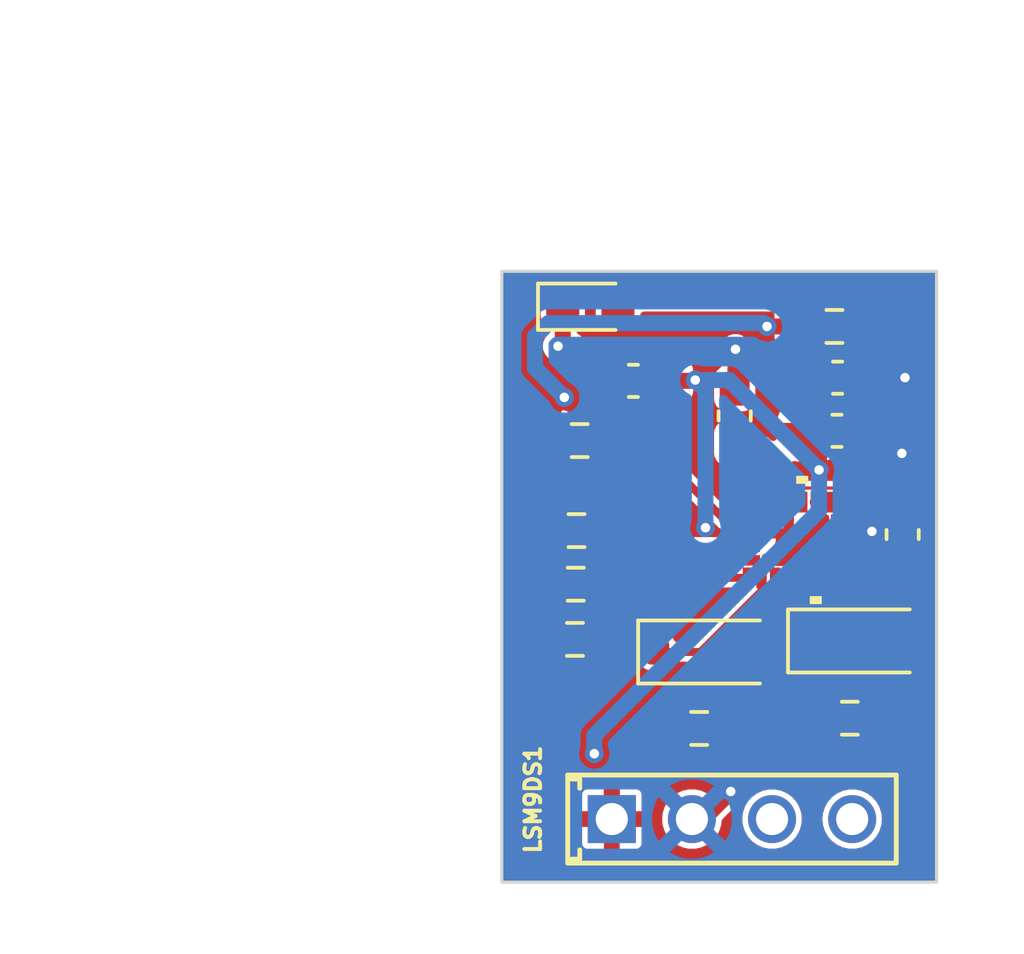
<source format=kicad_pcb>
(kicad_pcb (version 20221018) (generator pcbnew)
  (layers (0 "F.Cu" signal) (31 "B.Cu" signal) (34 "B.Paste" user) (35 "F.Paste" user) (36 "B.SilkS" user "B.Silkscreen") (37 "F.SilkS" user "F.Silkscreen") (38 "B.Mask" user) (39 "F.Mask" user) (44 "Edge.Cuts" user))
  (net 0 "")
  (net 1 "Net-(IC1-C1)")
  (net 2 "Net-(IC1-CAP)")
  (net 3 "/SDO_AG")
  (net 4 "/SDO_M")
  (net 5 "/CS_A{slash}G")
  (net 6 "/CS_M")
  (net 7 "/DRDY_M")
  (net 8 "/INT_M")
  (net 9 "/INT1_AG")
  (net 10 "/INT2_AG")
  (net 11 "/DEN_3V")
  (net 12 "Net-(D3-A)")
  (net 13 "Net-(D1-C)")
  (net 14 "Net-(D2-C)")
  (net 15 "3.3V")
  (net 16 "/GND")
  (net 17 "SDO")
  (net 18 "SDA")
  (footprint "Resistor_SMD:R_0603_1608Metric_Pad0.98x0.95mm_HandSolder" (layer "F.Cu") (at 152.15 112.125)
    (fp_text reference "R4" hide)
    (fp_text value "10k")
    (fp_line (start -0.254724 -0.5225) (end 0.254724 -0.5225) (stroke (width 0.12)) (layer "F.SilkS"))
    (fp_line (start -0.254724 0.5225) (end 0.254724 0.5225) (stroke (width 0.12)) (layer "F.SilkS"))
    (pad "1" smd roundrect (at -0.9125 0) (size 0.975 0.95) (layers "F.Cu" "F.Paste" "F.Mask") (net 15 "3.3V"))
    (pad "2" smd roundrect (at 0.9125 0) (size 0.975 0.95) (layers "F.Cu" "F.Paste" "F.Mask") (net 13 "Net-(D1-C)"))
  )
  (footprint "Resistor_SMD:R_0603_1608Metric_Pad0.98x0.95mm_HandSolder" (layer "F.Cu") (at 143.4375 109.625)
    (fp_text reference "R7" hide)
    (fp_text value "10k")
    (fp_line (start -0.254724 -0.5225) (end 0.254724 -0.5225) (stroke (width 0.12)) (layer "F.SilkS"))
    (fp_line (start -0.254724 0.5225) (end 0.254724 0.5225) (stroke (width 0.12)) (layer "F.SilkS"))
    (pad "1" smd roundrect (at -0.9125 0) (size 0.975 0.95) (layers "F.Cu" "F.Paste" "F.Mask") (net 15 "3.3V"))
    (pad "2" smd roundrect (at 0.9125 0) (size 0.975 0.95) (layers "F.Cu" "F.Paste" "F.Mask") (net 4 "/SDO_M"))
  )
  (footprint "Capacitor_SMD:C_0603_1608Metric_Pad1.08x0.95mm_HandSolder" (layer "F.Cu") (at 151.7625 101.325)
    (fp_text reference "C3" hide)
    (fp_text value "100nF")
    (fp_line (start -0.146267 -0.51) (end 0.146267 -0.51) (stroke (width 0.12)) (layer "F.SilkS"))
    (fp_line (start -0.146267 0.51) (end 0.146267 0.51) (stroke (width 0.12)) (layer "F.SilkS"))
    (pad "1" smd roundrect (at -0.8625 0) (size 1.075 0.95) (layers "F.Cu" "F.Paste" "F.Mask") (net 15 "3.3V"))
    (pad "2" smd roundrect (at 0.8625 0) (size 1.075 0.95) (layers "F.Cu" "F.Paste" "F.Mask") (net 16 "/GND"))
  )
  (footprint "Resistor_SMD:R_0603_1608Metric_Pad0.98x0.95mm_HandSolder" (layer "F.Cu") (at 147.375 112.45)
    (fp_text reference "R5" hide)
    (fp_text value "10k")
    (fp_line (start -0.254724 -0.5225) (end 0.254724 -0.5225) (stroke (width 0.12)) (layer "F.SilkS"))
    (fp_line (start -0.254724 0.5225) (end 0.254724 0.5225) (stroke (width 0.12)) (layer "F.SilkS"))
    (pad "1" smd roundrect (at -0.9125 0) (size 0.975 0.95) (layers "F.Cu" "F.Paste" "F.Mask") (net 15 "3.3V"))
    (pad "2" smd roundrect (at 0.9125 0) (size 0.975 0.95) (layers "F.Cu" "F.Paste" "F.Mask") (net 14 "Net-(D2-C)"))
  )
  (footprint "Resistor_SMD:R_0603_1608Metric_Pad0.98x0.95mm_HandSolder" (layer "F.Cu") (at 143.4625 107.875)
    (fp_text reference "R1" hide)
    (fp_text value "10k")
    (fp_line (start -0.254724 -0.5225) (end 0.254724 -0.5225) (stroke (width 0.12)) (layer "F.SilkS"))
    (fp_line (start -0.254724 0.5225) (end 0.254724 0.5225) (stroke (width 0.12)) (layer "F.SilkS"))
    (pad "1" smd roundrect (at -0.9125 0) (size 0.975 0.95) (layers "F.Cu" "F.Paste" "F.Mask") (net 15 "3.3V"))
    (pad "2" smd roundrect (at 0.9125 0) (size 0.975 0.95) (layers "F.Cu" "F.Paste" "F.Mask") (net 3 "/SDO_AG"))
  )
  (footprint "LSM9DS1:CON4_1X4_P100UM_HDR2_TYC" (layer "F.Cu") (at 144.605 115.325)
    (fp_text reference "J1" hide)
    (fp_text value "826629-4")
    (fp_line (start -1.397 -1.397) (end -1.397 1.397) (stroke (width 0.1524)) (layer "F.SilkS"))
    (fp_line (start -1.397 1.397) (end 9.017 1.397) (stroke (width 0.1524)) (layer "F.SilkS"))
    (fp_line (start -1.27 -1.27) (end -1.016 -1.27) (stroke (width 0.1524)) (layer "F.SilkS"))
    (fp_line (start -1.27 1.27) (end -1.016 1.27) (stroke (width 0.1524)) (layer "F.SilkS"))
    (fp_line (start -1.016 -1.27) (end -1.016 -0.976942) (stroke (width 0.1524)) (layer "F.SilkS"))
    (fp_line (start -1.016 0.976942) (end -1.016 1.27) (stroke (width 0.1524)) (layer "F.SilkS"))
    (fp_line (start 9.017 -1.397) (end -1.397 -1.397) (stroke (width 0.1524)) (layer "F.SilkS"))
    (fp_line (start 9.017 1.397) (end 9.017 -1.397) (stroke (width 0.1524)) (layer "F.SilkS"))
    (pad "1" thru_hole rect (at 0 0) (size 1.524 1.524) (drill 1.016) (layers "*.Cu" "*.Mask") (net 15 "3.3V"))
    (pad "2" thru_hole circle (at 2.54 0) (size 1.524 1.524) (drill 1.016) (layers "*.Cu" "*.Mask") (net 16 "/GND"))
    (pad "3" thru_hole circle (at 5.08 0) (size 1.524 1.524) (drill 1.016) (layers "*.Cu" "*.Mask"))
    (pad "4" thru_hole circle (at 7.62 0) (size 1.524 1.524) (drill 1.016) (layers "*.Cu" "*.Mask"))
  )
  (footprint "Resistor_SMD:R_0603_1608Metric_Pad0.98x0.95mm_HandSolder" (layer "F.Cu") (at 151.6625 99.7)
    (fp_text reference "R3" hide)
    (fp_text value "10K")
    (fp_line (start -0.254724 -0.5225) (end 0.254724 -0.5225) (stroke (width 0.12)) (layer "F.SilkS"))
    (fp_line (start -0.254724 0.5225) (end 0.254724 0.5225) (stroke (width 0.12)) (layer "F.SilkS"))
    (pad "1" smd roundrect (at -0.9125 0) (size 0.975 0.95) (layers "F.Cu" "F.Paste" "F.Mask") (net 15 "3.3V"))
    (pad "2" smd roundrect (at 0.9125 0) (size 0.975 0.95) (layers "F.Cu" "F.Paste" "F.Mask") (net 12 "Net-(D3-A)"))
  )
  (footprint "LSM9DS1:1N4148W" (layer "F.Cu") (at 147.55 110.075)
    (fp_text reference "D2" hide)
    (fp_text value "Diode")
    (fp_line (start -2.11 -1.05) (end -2.11 0.95) (stroke (width 0.12)) (layer "F.SilkS"))
    (fp_line (start -2.11 -1.05) (end 1.75 -1.05) (stroke (width 0.12)) (layer "F.SilkS"))
    (fp_line (start -2.11 0.95) (end 1.75 0.95) (stroke (width 0.12)) (layer "F.SilkS"))
    (pad "1" smd roundrect (at -1.5 -0.05) (size 0.75 0.8) (layers "F.Cu" "F.Paste" "F.Mask") (roundrect_rratio 0.2272727273) (net 5 "/CS_A{slash}G"))
    (pad "2" smd roundrect (at 1.7 -0.05 180) (size 0.75 0.8) (layers "F.Cu" "F.Paste" "F.Mask") (roundrect_rratio 0.2272727273) (net 14 "Net-(D2-C)"))
  )
  (footprint "Capacitor_SMD:C_0603_1608Metric_Pad1.08x0.95mm_HandSolder" (layer "F.Cu") (at 153.825 106.3 -90)
    (fp_text reference "C2" hide)
    (fp_text value "0.01uF")
    (fp_line (start -0.146267 -0.51) (end 0.146267 -0.51) (stroke (width 0.12)) (layer "F.SilkS"))
    (fp_line (start -0.146267 0.51) (end 0.146267 0.51) (stroke (width 0.12)) (layer "F.SilkS"))
    (pad "1" smd roundrect (at -0.8625 0 270) (size 1.075 0.95) (layers "F.Cu" "F.Paste" "F.Mask") (net 2 "Net-(IC1-CAP)"))
    (pad "2" smd roundrect (at 0.8625 0 270) (size 1.075 0.95) (layers "F.Cu" "F.Paste" "F.Mask") (net 16 "/GND"))
  )
  (footprint "Resistor_SMD:R_0603_1608Metric_Pad0.98x0.95mm_HandSolder" (layer "F.Cu") (at 143.5875 103.32)
    (fp_text reference "R6" hide)
    (fp_text value "10k")
    (fp_line (start -0.254724 -0.5225) (end 0.254724 -0.5225) (stroke (width 0.12)) (layer "F.SilkS"))
    (fp_line (start -0.254724 0.5225) (end 0.254724 0.5225) (stroke (width 0.12)) (layer "F.SilkS"))
    (pad "1" smd roundrect (at -0.9125 0) (size 0.975 0.95) (layers "F.Cu" "F.Paste" "F.Mask") (net 15 "3.3V"))
    (pad "2" smd roundrect (at 0.9125 0) (size 0.975 0.95) (layers "F.Cu" "F.Paste" "F.Mask") (net 18 "SDA"))
  )
  (footprint "LSM9DS1:1N4148W" (layer "F.Cu") (at 152.3 109.725)
    (fp_text reference "D1" hide)
    (fp_text value "Diode")
    (fp_line (start -2.11 -1.05) (end -2.11 0.95) (stroke (width 0.12)) (layer "F.SilkS"))
    (fp_line (start -2.11 -1.05) (end 1.75 -1.05) (stroke (width 0.12)) (layer "F.SilkS"))
    (fp_line (start -2.11 0.95) (end 1.75 0.95) (stroke (width 0.12)) (layer "F.SilkS"))
    (pad "1" smd roundrect (at -1.5 -0.05) (size 0.75 0.8) (layers "F.Cu" "F.Paste" "F.Mask") (roundrect_rratio 0.2272727273) (net 6 "/CS_M"))
    (pad "2" smd roundrect (at 1.7 -0.05 180) (size 0.75 0.8) (layers "F.Cu" "F.Paste" "F.Mask") (roundrect_rratio 0.2272727273) (net 13 "Net-(D1-C)"))
  )
  (footprint "LED_SMD:LED_0603_1608Metric_Pad1.05x0.95mm_HandSolder" (layer "F.Cu") (at 143.925 99.075)
    (fp_text reference "D3" hide)
    (fp_text value "LED")
    (fp_line (start -1.66 -0.735) (end -1.66 0.735) (stroke (width 0.12)) (layer "F.SilkS"))
    (fp_line (start -1.66 0.735) (end 0.8 0.735) (stroke (width 0.12)) (layer "F.SilkS"))
    (fp_line (start 0.8 -0.735) (end -1.66 -0.735) (stroke (width 0.12)) (layer "F.SilkS"))
    (pad "1" smd roundrect (at -0.875 0) (size 1.05 0.95) (layers "F.Cu" "F.Paste" "F.Mask") (net 16 "/GND"))
    (pad "2" smd roundrect (at 0.875 0) (size 1.05 0.95) (layers "F.Cu" "F.Paste" "F.Mask") (net 12 "Net-(D3-A)"))
  )
  (footprint "Resistor_SMD:R_0603_1608Metric_Pad0.98x0.95mm_HandSolder" (layer "F.Cu") (at 143.4875 106.175)
    (fp_text reference "R2" hide)
    (fp_text value "10k")
    (fp_line (start -0.254724 -0.5225) (end 0.254724 -0.5225) (stroke (width 0.12)) (layer "F.SilkS"))
    (fp_line (start -0.254724 0.5225) (end 0.254724 0.5225) (stroke (width 0.12)) (layer "F.SilkS"))
    (pad "1" smd roundrect (at -0.9125 0) (size 0.975 0.95) (layers "F.Cu" "F.Paste" "F.Mask") (net 15 "3.3V"))
    (pad "2" smd roundrect (at 0.9125 0) (size 0.975 0.95) (layers "F.Cu" "F.Paste" "F.Mask") (net 17 "SDO"))
  )
  (footprint "Capacitor_SMD:C_0603_1608Metric_Pad1.08x0.95mm_HandSolder" (layer "F.Cu") (at 148.5 102.5375 90)
    (fp_text reference "C1" hide)
    (fp_text value "0.22uF")
    (fp_line (start -0.146267 -0.51) (end 0.146267 -0.51) (stroke (width 0.12)) (layer "F.SilkS"))
    (fp_line (start -0.146267 0.51) (end 0.146267 0.51) (stroke (width 0.12)) (layer "F.SilkS"))
    (pad "1" smd roundrect (at -0.8625 0 90) (size 1.075 0.95) (layers "F.Cu" "F.Paste" "F.Mask") (net 1 "Net-(IC1-C1)"))
    (pad "2" smd roundrect (at 0.8625 0 90) (size 1.075 0.95) (layers "F.Cu" "F.Paste" "F.Mask") (net 16 "/GND"))
  )
  (footprint "LSM9DS1:lsm9ds1TR" (layer "F.Cu") (at 150.45 106.5)
    (fp_text reference "IC1" hide)
    (fp_text value "LSM9DS1")
    (fp_poly (pts (xy 0.001701 -1.8078) (xy 0.001701 -2.0618) (xy 0.382701 -2.0618) (xy 0.382701 -1.8078)) (fill solid) (layer "F.SilkS"))
    (fp_poly (pts (xy 0.4317 1.7542) (xy 0.4317 2.0082) (xy 0.8127 2.0082) (xy 0.8127 1.7542)) (fill solid) (layer "F.SilkS"))
    (pad "1" smd rect (at -1.527801 -1.2268) (size 0.3308 0.654) (layers "F.Cu" "F.Paste" "F.Mask") (net 15 "3.3V"))
    (pad "2" smd rect (at -1.472802 -0.6718 90) (size 0.3308 0.654) (layers "F.Cu" "F.Paste" "F.Mask") (net 18 "SDA"))
    (pad "3" smd rect (at -1.472802 -0.241801 90) (size 0.3308 0.654) (layers "F.Cu" "F.Paste" "F.Mask") (net 15 "3.3V"))
    (pad "4" smd rect (at -1.472802 0.188201 90) (size 0.3308 0.654) (layers "F.Cu" "F.Paste" "F.Mask") (net 17 "SDO"))
    (pad "5" smd rect (at -1.472802 0.6182 90) (size 0.3308 0.654) (layers "F.Cu" "F.Paste" "F.Mask") (net 3 "/SDO_AG"))
    (pad "6" smd rect (at -1.527801 1.1732) (size 0.3308 0.654) (layers "F.Cu" "F.Paste" "F.Mask") (net 4 "/SDO_M"))
    (pad "7" smd rect (at -1.097799 1.1732) (size 0.3308 0.654) (layers "F.Cu" "F.Paste" "F.Mask") (net 5 "/CS_A{slash}G"))
    (pad "8" smd rect (at -0.6678 1.1732) (size 0.3308 0.654) (layers "F.Cu" "F.Paste" "F.Mask") (net 6 "/CS_M"))
    (pad "9" smd rect (at -0.237801 1.1732) (size 0.3308 0.654) (layers "F.Cu" "F.Paste" "F.Mask") (net 7 "/DRDY_M"))
    (pad "10" smd rect (at 0.192201 1.1732) (size 0.3308 0.654) (layers "F.Cu" "F.Paste" "F.Mask") (net 8 "/INT_M"))
    (pad "11" smd rect (at 0.6222 1.1732) (size 0.3308 0.654) (layers "F.Cu" "F.Paste" "F.Mask") (net 9 "/INT1_AG"))
    (pad "12" smd rect (at 1.052199 1.1732) (size 0.3308 0.654) (layers "F.Cu" "F.Paste" "F.Mask") (net 10 "/INT2_AG"))
    (pad "13" smd rect (at 1.482201 1.1732) (size 0.3308 0.654) (layers "F.Cu" "F.Paste" "F.Mask") (net 11 "/DEN_3V"))
    (pad "14" smd rect (at 1.427202 0.6182 90) (size 0.3308 0.654) (layers "F.Cu" "F.Paste" "F.Mask") (net 16 "/GND"))
    (pad "15" smd rect (at 1.427202 0.188201 90) (size 0.3308 0.654) (layers "F.Cu" "F.Paste" "F.Mask") (net 16 "/GND"))
    (pad "16" smd rect (at 1.427202 -0.241801 90) (size 0.3308 0.654) (layers "F.Cu" "F.Paste" "F.Mask") (net 16 "/GND"))
    (pad "17" smd rect (at 1.427202 -0.6718 90) (size 0.3308 0.654) (layers "F.Cu" "F.Paste" "F.Mask") (net 16 "/GND"))
    (pad "18" smd rect (at 1.482201 -1.2268) (size 0.3308 0.654) (layers "F.Cu" "F.Paste" "F.Mask") (net 16 "/GND"))
    (pad "19" smd rect (at 1.052199 -1.2268) (size 0.3308 0.654) (layers "F.Cu" "F.Paste" "F.Mask") (net 16 "/GND"))
    (pad "20" smd rect (at 0.6222 -1.2268) (size 0.3308 0.654) (layers "F.Cu" "F.Paste" "F.Mask") (net 16 "/GND"))
    (pad "21" smd rect (at 0.192201 -1.2268) (size 0.3308 0.654) (layers "F.Cu" "F.Paste" "F.Mask") (net 2 "Net-(IC1-CAP)"))
    (pad "22" smd rect (at -0.237801 -1.2268) (size 0.3308 0.654) (layers "F.Cu" "F.Paste" "F.Mask") (net 15 "3.3V"))
    (pad "23" smd rect (at -0.6678 -1.2268) (size 0.3308 0.654) (layers "F.Cu" "F.Paste" "F.Mask") (net 15 "3.3V"))
    (pad "24" smd rect (at -1.097799 -1.2268) (size 0.3308 0.654) (layers "F.Cu" "F.Paste" "F.Mask") (net 1 "Net-(IC1-C1)"))
  )
  (footprint "Capacitor_SMD:C_0603_1608Metric_Pad1.08x0.95mm_HandSolder" (layer "F.Cu") (at 151.7435 103.01)
    (fp_text reference "C4" hide)
    (fp_text value "10uf")
    (fp_line (start -0.146267 -0.51) (end 0.146267 -0.51) (stroke (width 0.12)) (layer "F.SilkS"))
    (fp_line (start -0.146267 0.51) (end 0.146267 0.51) (stroke (width 0.12)) (layer "F.SilkS"))
    (pad "1" smd roundrect (at -0.8625 0) (size 1.075 0.95) (layers "F.Cu" "F.Paste" "F.Mask") (net 15 "3.3V"))
    (pad "2" smd roundrect (at 0.8625 0) (size 1.075 0.95) (layers "F.Cu" "F.Paste" "F.Mask") (net 16 "/GND"))
  )
  (footprint "Capacitor_SMD:C_0603_1608Metric_Pad1.08x0.95mm_HandSolder" (layer "F.Cu") (at 145.2875 101.425 180)
    (fp_text reference "C6" hide)
    (fp_text value "100uF")
    (fp_line (start -0.146267 -0.51) (end 0.146267 -0.51) (stroke (width 0.12)) (layer "F.SilkS"))
    (fp_line (start -0.146267 0.51) (end 0.146267 0.51) (stroke (width 0.12)) (layer "F.SilkS"))
    (pad "1" smd roundrect (at -0.8625 0 180) (size 1.075 0.95) (layers "F.Cu" "F.Paste" "F.Mask") (net 15 "3.3V"))
    (pad "2" smd roundrect (at 0.8625 0 180) (size 1.075 0.95) (layers "F.Cu" "F.Paste" "F.Mask") (net 16 "/GND"))
  )
  (gr_rect (start 141.1176 97.951) (end 154.9 117.325) (stroke (width 0.1)) (fill none) (layer "Edge.Cuts"))
  (gr_text "LSM9DS1" (at 142.4 116.475 90) (layer "F.SilkS") (effects (font (size 0.5 0.5) (thickness 0.125)) (justify left bottom)))
  (segment (start 149.352201 104.790636) (end 149.705755 104.790636) (width 0.1) (layer "F.Cu") (net 1))
  (segment (start 150.034027 104.02512) (end 149.408907 103.4) (width 0.1) (layer "F.Cu") (net 1))
  (segment (start 149.705755 104.790636) (end 150.034027 104.462364) (width 0.1) (layer "F.Cu") (net 1))
  (segment (start 149.408907 103.4) (end 148.5 103.4) (width 0.1) (layer "F.Cu") (net 1))
  (segment (start 149.352201 105.2732) (end 149.352201 104.790636) (width 0.1) (layer "F.Cu") (net 1))
  (segment (start 150.034027 104.462364) (end 150.034027 104.02512) (width 0.1) (layer "F.Cu") (net 1))
  (segment (start 150.663401 104.825) (end 153.2125 104.825) (width 0.1) (layer "F.Cu") (net 2))
  (segment (start 153.2125 104.825) (end 153.825 105.4375) (width 0.1) (layer "F.Cu") (net 2))
  (segment (start 150.642201 104.8462) (end 150.663401 104.825) (width 0.1) (layer "F.Cu") (net 2))
  (segment (start 150.642201 105.2732) (end 150.642201 104.8462) (width 0.1) (layer "F.Cu") (net 2))
  (segment (start 144.375 107.875) (end 145.1318 107.1182) (width 0.254) (layer "F.Cu") (net 3))
  (segment (start 145.1318 107.1182) (end 148.977198 107.1182) (width 0.254) (layer "F.Cu") (net 3))
  (segment (start 144.35 109.625) (end 146.3018 107.6732) (width 0.254) (layer "F.Cu") (net 4))
  (segment (start 146.3018 107.6732) (end 148.9186 107.6732) (width 0.254) (layer "F.Cu") (net 4))
  (segment (start 149.3504 108.091399) (end 149.3504 107.6732) (width 0.254) (layer "F.Cu") (net 5))
  (segment (start 147.416799 110.025) (end 149.3504 108.091399) (width 0.254) (layer "F.Cu") (net 5))
  (segment (start 146.05 110.025) (end 147.416799 110.025) (width 0.254) (layer "F.Cu") (net 5))
  (segment (start 149.7822 108.6572) (end 149.7822 107.6732) (width 0.254) (layer "F.Cu") (net 6))
  (segment (start 150.8 109.675) (end 149.7822 108.6572) (width 0.254) (layer "F.Cu") (net 6))
  (segment (start 144.9548 98.9202) (end 151.7952 98.9202) (width 0.254) (layer "F.Cu") (net 12))
  (segment (start 151.7952 98.9202) (end 152.575 99.7) (width 0.254) (layer "F.Cu") (net 12))
  (segment (start 144.8 99.075) (end 144.9548 98.9202) (width 0.254) (layer "F.Cu") (net 12))
  (segment (start 154 109.675) (end 154 111.1875) (width 0.254) (layer "F.Cu") (net 13))
  (segment (start 154 111.1875) (end 153.0625 112.125) (width 0.254) (layer "F.Cu") (net 13))
  (segment (start 148.2875 112.45) (end 148.2875 110.9875) (width 0.254) (layer "F.Cu") (net 14))
  (segment (start 148.2875 110.9875) (end 149.25 110.025) (width 0.254) (layer "F.Cu") (net 14))
  (segment (start 142.575 109.575) (end 142.525 109.625) (width 0.508) (layer "F.Cu") (net 15))
  (segment (start 146.15 102.501001) (end 146.15 101.425) (width 0.254) (layer "F.Cu") (net 15))
  (segment (start 151.175 103.304) (end 150.881 103.01) (width 0.508) (layer "F.Cu") (net 15))
  (segment (start 144.605 113.805) (end 144.05 113.25) (width 0.508) (layer "F.Cu") (net 15))
  (segment (start 142.675 103.32) (end 142.675 102.375) (width 0.508) (layer "F.Cu") (net 15))
  (segment (start 151.175 104.25) (end 151.175 103.304) (width 0.508) (layer "F.Cu") (net 15))
  (segment (start 145.35 112.45) (end 146.4625 112.45) (width 0.508) (layer "F.Cu") (net 15))
  (segment (start 144.605 115.325) (end 144.605 113.805) (width 0.508) (layer "F.Cu") (net 15))
  (segment (start 142.525 109.625) (end 145.35 112.45) (width 0.508) (layer "F.Cu") (net 15))
  (segment (start 150.0057 113.3568) (end 147.3693 113.3568) (width 0.508) (layer "F.Cu") (net 15))
  (segment (start 148.922199 105.2732) (end 146.15 102.501001) (width 0.254) (layer "F.Cu") (net 15))
  (segment (start 147.3693 113.3568) (end 146.4625 112.45) (width 0.508) (layer "F.Cu") (net 15))
  (segment (start 147.225 101.425) (end 147.25 101.4) (width 0.508) (layer "F.Cu") (net 15))
  (segment (start 150.212199 104.846281) (end 150.80848 104.25) (width 0.1524) (layer "F.Cu") (net 15))
  (segment (start 146.15 101.425) (end 147.225 101.425) (width 0.508) (layer "F.Cu") (net 15))
  (segment (start 150.75 99.7) (end 149.525 99.7) (width 0.508) (layer "F.Cu") (net 15))
  (segment (start 142.575 106.175) (end 142.575 109.575) (width 0.508) (layer "F.Cu") (net 15))
  (segment (start 147.751099 106.258199) (end 147.575 106.0821) (width 0.1524) (layer "F.Cu") (net 15))
  (segment (start 150.80848 104.25) (end 151.175 104.25) (width 0.1524) (layer "F.Cu") (net 15))
  (segment (start 148.977198 106.258199) (end 147.751099 106.258199) (width 0.1524) (layer "F.Cu") (net 15))
  (segment (start 151.2375 112.125) (end 150.0057 113.3568) (width 0.508) (layer "F.Cu") (net 15))
  (segment (start 150.881 99.831) (end 150.75 99.7) (width 0.508) (layer "F.Cu") (net 15))
  (segment (start 150.881 103.01) (end 150.881 99.831) (width 0.508) (layer "F.Cu") (net 15))
  (segment (start 142.675 102.375) (end 143.1 101.95) (width 0.508) (layer "F.Cu") (net 15))
  (segment (start 150.212199 105.2732) (end 150.212199 104.846281) (width 0.1524) (layer "F.Cu") (net 15))
  (via (at 149.525 99.7) (size 0.6) (drill 0.3) (layers "F.Cu" "B.Cu") (net 15))
  (via (at 147.575 106.0821) (size 0.6) (drill 0.3) (layers "F.Cu" "B.Cu") (net 15))
  (via (at 151.175 104.25) (size 0.6) (drill 0.3) (layers "F.Cu" "B.Cu") (net 15))
  (via (at 147.25 101.4) (size 0.6) (drill 0.3) (layers "F.Cu" "B.Cu") (net 15))
  (via (at 143.1 101.95) (size 0.6) (drill 0.3) (layers "F.Cu" "B.Cu") (net 15))
  (via (at 144.05 113.25) (size 0.6) (drill 0.3) (layers "F.Cu" "B.Cu") (net 15))
  (segment (start 142.1682 101.0182) (end 142.1682 100.021878) (width 0.508) (layer "B.Cu") (net 15))
  (segment (start 142.1682 100.021878) (end 142.596878 99.5932) (width 0.508) (layer "B.Cu") (net 15))
  (segment (start 144.05 112.675) (end 151.175 105.55) (width 0.508) (layer "B.Cu") (net 15))
  (segment (start 147.25 101.4) (end 148.325 101.4) (width 0.508) (layer "B.Cu") (net 15))
  (segment (start 148.325 101.4) (end 151.175 104.25) (width 0.508) (layer "B.Cu") (net 15))
  (segment (start 142.596878 99.5932) (end 149.4182 99.5932) (width 0.508) (layer "B.Cu") (net 15))
  (segment (start 147.575 106.0821) (end 147.575 101.725) (width 0.508) (layer "B.Cu") (net 15))
  (segment (start 144.05 113.25) (end 144.05 112.675) (width 0.508) (layer "B.Cu") (net 15))
  (segment (start 147.575 101.725) (end 147.25 101.4) (width 0.508) (layer "B.Cu") (net 15))
  (segment (start 149.4182 99.5932) (end 149.525 99.7) (width 0.508) (layer "B.Cu") (net 15))
  (segment (start 151.175 105.55) (end 151.175 104.25) (width 0.508) (layer "B.Cu") (net 15))
  (segment (start 143.1 101.95) (end 142.1682 101.0182) (width 0.508) (layer "B.Cu") (net 15))
  (segment (start 151.877202 106.258199) (end 152.791801 106.258199) (width 0.508) (layer "F.Cu") (net 16))
  (segment (start 143.05 99.075) (end 143.05 100.175) (width 0.508) (layer "F.Cu") (net 16))
  (segment (start 143.05 100.175) (end 142.9 100.325) (width 0.508) (layer "F.Cu") (net 16))
  (segment (start 151.932201 105.2732) (end 151.932201 107.050701) (width 0.381) (layer "F.Cu") (net 16))
  (segment (start 152.606 101.344) (end 152.625 101.325) (width 0.508) (layer "F.Cu") (net 16))
  (segment (start 152.625 101.325) (end 153.9 101.325) (width 0.508) (layer "F.Cu") (net 16))
  (segment (start 142.9 100.325) (end 143.325 100.325) (width 0.508) (layer "F.Cu") (net 16))
  (segment (start 152.606 103.01) (end 152.606 101.344) (width 0.508) (layer "F.Cu") (net 16))
  (segment (start 152.791801 106.258199) (end 152.85 106.2) (width 0.508) (layer "F.Cu") (net 16))
  (segment (start 151.932201 107.050701) (end 151.877202 107.1057) (width 0.381) (layer "F.Cu") (net 16))
  (segment (start 152.8625 106.2) (end 153.825 107.1625) (width 0.508) (layer "F.Cu") (net 16))
  (segment (start 153.825 107.1625) (end 153.8125 107.1625) (width 0.1524) (layer "F.Cu") (net 16))
  (segment (start 148.525 100.425) (end 148.525 101.65) (width 0.508) (layer "F.Cu") (net 16))
  (segment (start 147.5 115.325) (end 148.375 114.45) (width 0.508) (layer "F.Cu") (net 16))
  (segment (start 152.85 106.2) (end 152.8625 106.2) (width 0.508) (layer "F.Cu") (net 16))
  (segment (start 151.0722 105.2732) (end 151.932201 105.2732) (width 0.381) (layer "F.Cu") (net 16))
  (segment (start 153.8 103.725) (end 153.321 103.725) (width 0.508) (layer "F.Cu") (net 16))
  (segment (start 143.325 100.325) (end 144.425 101.425) (width 0.508) (layer "F.Cu") (net 16))
  (segment (start 153.321 103.725) (end 152.606 103.01) (width 0.508) (layer "F.Cu") (net 16))
  (segment (start 147.145 115.325) (end 147.5 115.325) (width 0.508) (layer "F.Cu") (net 16))
  (segment (start 148.525 101.65) (end 148.5 101.675) (width 0.508) (layer "F.Cu") (net 16))
  (via (at 153.8 103.725) (size 0.6) (drill 0.3) (layers "F.Cu" "B.Cu") (net 16))
  (via (at 153.9 101.325) (size 0.6) (drill 0.3) (layers "F.Cu" "B.Cu") (net 16))
  (via (at 152.85 106.2) (size 0.6) (drill 0.3) (layers "F.Cu" "B.Cu") (net 16))
  (via (at 148.375 114.45) (size 0.6) (drill 0.3) (layers "F.Cu" "B.Cu") (net 16))
  (via (at 142.9 100.325) (size 0.6) (drill 0.3) (layers "F.Cu" "B.Cu") (net 16))
  (via (at 148.525 100.425) (size 0.6) (drill 0.3) (layers "F.Cu" "B.Cu") (net 16))
  (segment (start 152.85 106.2) (end 152.85 104.675) (width 0.508) (layer "B.Cu") (net 16))
  (segment (start 148.425 100.325) (end 148.525 100.425) (width 0.508) (layer "B.Cu") (net 16))
  (segment (start 148.375 114.45) (end 152.85 109.975) (width 0.508) (layer "B.Cu") (net 16))
  (segment (start 152.85 104.675) (end 153.8 103.725) (width 0.508) (layer "B.Cu") (net 16))
  (segment (start 152.85 109.975) (end 152.85 106.2) (width 0.508) (layer "B.Cu") (net 16))
  (segment (start 153.9 101.325) (end 149.425 101.325) (width 0.508) (layer "B.Cu") (net 16))
  (segment (start 142.9 100.325) (end 148.425 100.325) (width 0.508) (layer "B.Cu") (net 16))
  (segment (start 149.425 101.325) (end 148.525 100.425) (width 0.508) (layer "B.Cu") (net 16))
  (segment (start 144.9114 106.6864) (end 148.977198 106.6864) (width 0.254) (layer "F.Cu") (net 17))
  (segment (start 144.4 106.175) (end 144.9114 106.6864) (width 0.254) (layer "F.Cu") (net 17))
  (segment (start 148.176417 105.8282) (end 145.668217 103.32) (width 0.254) (layer "F.Cu") (net 18))
  (segment (start 145.668217 103.32) (end 144.5 103.32) (width 0.254) (layer "F.Cu") (net 18))
  (segment (start 148.977198 105.8282) (end 148.176417 105.8282) (width 0.254) (layer "F.Cu") (net 18))
  (zone (net 15) (net_name "3.3V") (layer "F.Cu") (connect_pads (clearance 0.1)) (min_thickness 0.25) (fill yes (thermal_gap 0.5) (thermal_bridge_width 0.5))
    (polygon (pts (xy 139.101363 96.407478) (xy 156.926363 96.307478) (xy 156.926363 119.257478) (xy 138.751363 119.257478)))
  )
  (zone (net 16) (net_name "/GND") (layer "B.Cu") (priority 1) (connect_pads (clearance 0.1)) (min_thickness 0.25) (fill yes (thermal_gap 0.5) (thermal_bridge_width 0.5))
    (polygon (pts (xy 137.826363 119.507478) (xy 137.776363 95.382478) (xy 157.676363 95.432478) (xy 157.626363 119.607478)))
  )
)
</source>
